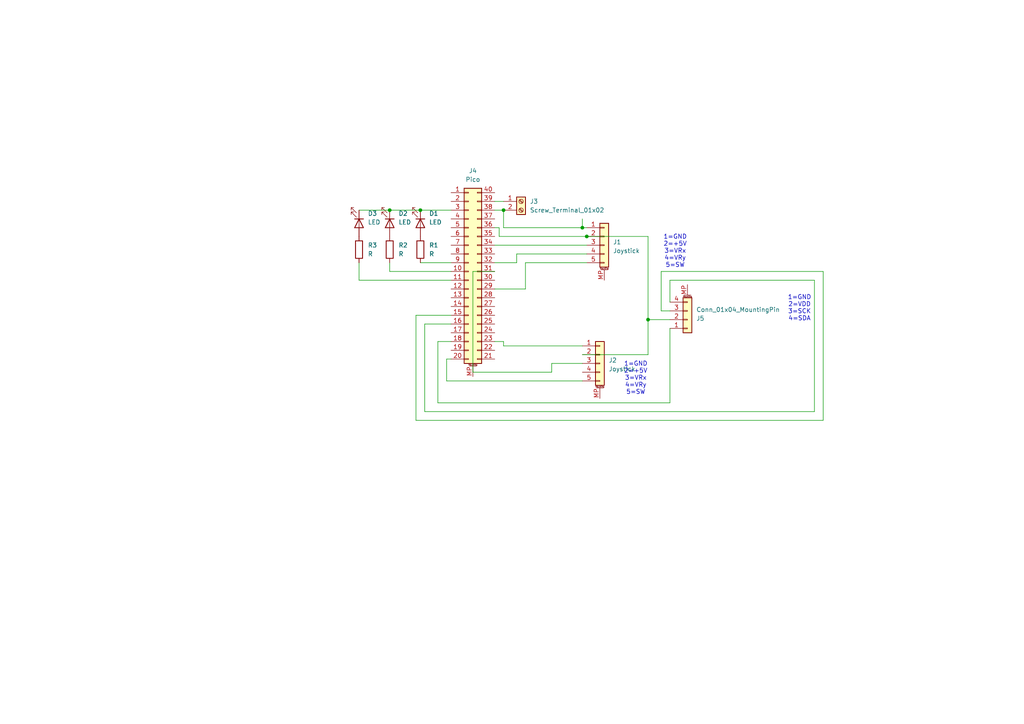
<source format=kicad_sch>
(kicad_sch (version 20231120) (generator "eeschema") (generator_version "8.0")
  (paper "A4")
  (lib_symbols
    (symbol "Connector:Screw_Terminal_01x02" (pin_names (offset 1.016) hide)
      (property "Reference" "J" (at 0 2.54 0))
      (property "Value" "Screw_Terminal_01x02" (at 0 -5.08 0))
      (symbol "Screw_Terminal_01x02_1_1"
        (rectangle (start -1.27 1.27) (end 1.27 -3.81) (stroke (width 0.254)) (fill (type background)))
        (circle (center 0 -2.54) (radius 0.635) (stroke (width 0.1524)))
        (polyline (pts (xy -0.5334 -2.2098) (xy 0.3302 -3.048)) (stroke (width 0.1524)))
        (polyline (pts (xy -0.5334 0.3302) (xy 0.3302 -0.508)) (stroke (width 0.1524)))
        (polyline (pts (xy -0.3556 -2.032) (xy 0.508 -2.8702)) (stroke (width 0.1524)))
        (polyline (pts (xy -0.3556 0.508) (xy 0.508 -0.3302)) (stroke (width 0.1524)))
        (circle (center 0 0) (radius 0.635) (stroke (width 0.1524)))
        (pin passive line (at -5.08 0 0) (length 3.81) (name "Pin_1") (number "1"))
        (pin passive line (at -5.08 -2.54 0) (length 3.81) (name "Pin_2") (number "2"))
      )
    )
    (symbol "Connector_Generic_MountingPin:Conn_01x04_MountingPin" (pin_names (offset 1.016) hide)
      (property "Reference" "J" (at 0 5.08 0))
      (property "Value" "Conn_01x04_MountingPin" (at 1.27 -7.62 0))
      (symbol "Conn_01x04_MountingPin_1_1"
        (rectangle (start -1.27 -4.953) (end 0 -5.207) (stroke (width 0.1524)))
        (rectangle (start -1.27 -2.413) (end 0 -2.667) (stroke (width 0.1524)))
        (rectangle (start -1.27 0.127) (end 0 -0.127) (stroke (width 0.1524)))
        (rectangle (start -1.27 2.667) (end 0 2.413) (stroke (width 0.1524)))
        (rectangle (start -1.27 3.81) (end 1.27 -6.35) (stroke (width 0.254)) (fill (type background)))
        (polyline (pts (xy -1.016 -7.112) (xy 1.016 -7.112)) (stroke (width 0.1524)))
        (text "Mounting" (at 0 -6.731 0) (effects (font (size 0.381 0.381))))
        (pin passive line (at -5.08 2.54 0) (length 3.81) (name "Pin_1") (number "1"))
        (pin passive line (at -5.08 0 0) (length 3.81) (name "Pin_2") (number "2"))
        (pin passive line (at -5.08 -2.54 0) (length 3.81) (name "Pin_3") (number "3"))
        (pin passive line (at -5.08 -5.08 0) (length 3.81) (name "Pin_4") (number "4"))
        (pin passive line (at 0 -10.16 90) (length 3.048) (name "MountPin") (number "MP"))
      )
    )
    (symbol "Connector_Generic_MountingPin:Conn_01x05_MountingPin" (pin_names (offset 1.016) hide)
      (property "Reference" "J" (at 0 7.62 0))
      (property "Value" "Conn_01x05_MountingPin" (at 1.27 -7.62 0))
      (symbol "Conn_01x05_MountingPin_1_1"
        (rectangle (start -1.27 -4.953) (end 0 -5.207) (stroke (width 0.1524)))
        (rectangle (start -1.27 -2.413) (end 0 -2.667) (stroke (width 0.1524)))
        (rectangle (start -1.27 0.127) (end 0 -0.127) (stroke (width 0.1524)))
        (rectangle (start -1.27 2.667) (end 0 2.413) (stroke (width 0.1524)))
        (rectangle (start -1.27 5.207) (end 0 4.953) (stroke (width 0.1524)))
        (rectangle (start -1.27 6.35) (end 1.27 -6.35) (stroke (width 0.254)) (fill (type background)))
        (polyline (pts (xy -1.016 -7.112) (xy 1.016 -7.112)) (stroke (width 0.1524)))
        (text "Mounting" (at 0 -6.731 0) (effects (font (size 0.381 0.381))))
        (pin passive line (at -5.08 5.08 0) (length 3.81) (name "Pin_1") (number "1"))
        (pin passive line (at -5.08 2.54 0) (length 3.81) (name "Pin_2") (number "2"))
        (pin passive line (at -5.08 0 0) (length 3.81) (name "Pin_3") (number "3"))
        (pin passive line (at -5.08 -2.54 0) (length 3.81) (name "Pin_4") (number "4"))
        (pin passive line (at -5.08 -5.08 0) (length 3.81) (name "Pin_5") (number "5"))
        (pin passive line (at 0 -10.16 90) (length 3.048) (name "MountPin") (number "MP"))
      )
    )
    (symbol "Connector_Generic_MountingPin:Conn_02x20_Counter_Clockwise_MountingPin" (pin_names (offset 1.016) hide)
      (property "Reference" "J" (at 1.27 25.4 0))
      (property "Value" "Conn_02x20_Counter_Clockwise_MountingPin" (at 2.54 -27.94 0))
      (symbol "Conn_02x20_Counter_Clockwise_MountingPin_1_1"
        (rectangle (start -1.27 -25.273) (end 0 -25.527) (stroke (width 0.1524)))
        (rectangle (start -1.27 -22.733) (end 0 -22.987) (stroke (width 0.1524)))
        (rectangle (start -1.27 -20.193) (end 0 -20.447) (stroke (width 0.1524)))
        (rectangle (start -1.27 -17.653) (end 0 -17.907) (stroke (width 0.1524)))
        (rectangle (start -1.27 -15.113) (end 0 -15.367) (stroke (width 0.1524)))
        (rectangle (start -1.27 -12.573) (end 0 -12.827) (stroke (width 0.1524)))
        (rectangle (start -1.27 -10.033) (end 0 -10.287) (stroke (width 0.1524)))
        (rectangle (start -1.27 -7.493) (end 0 -7.747) (stroke (width 0.1524)))
        (rectangle (start -1.27 -4.953) (end 0 -5.207) (stroke (width 0.1524)))
        (rectangle (start -1.27 -2.413) (end 0 -2.667) (stroke (width 0.1524)))
        (rectangle (start -1.27 0.127) (end 0 -0.127) (stroke (width 0.1524)))
        (rectangle (start -1.27 2.667) (end 0 2.413) (stroke (width 0.1524)))
        (rectangle (start -1.27 5.207) (end 0 4.953) (stroke (width 0.1524)))
        (rectangle (start -1.27 7.747) (end 0 7.493) (stroke (width 0.1524)))
        (rectangle (start -1.27 10.287) (end 0 10.033) (stroke (width 0.1524)))
        (rectangle (start -1.27 12.827) (end 0 12.573) (stroke (width 0.1524)))
        (rectangle (start -1.27 15.367) (end 0 15.113) (stroke (width 0.1524)))
        (rectangle (start -1.27 17.907) (end 0 17.653) (stroke (width 0.1524)))
        (rectangle (start -1.27 20.447) (end 0 20.193) (stroke (width 0.1524)))
        (rectangle (start -1.27 22.987) (end 0 22.733) (stroke (width 0.1524)))
        (rectangle (start -1.27 24.13) (end 3.81 -26.67) (stroke (width 0.254)) (fill (type background)))
        (polyline (pts (xy 0.254 -27.432) (xy 2.286 -27.432)) (stroke (width 0.1524)))
        (rectangle (start 3.81 -25.273) (end 2.54 -25.527) (stroke (width 0.1524)))
        (rectangle (start 3.81 -22.733) (end 2.54 -22.987) (stroke (width 0.1524)))
        (rectangle (start 3.81 -20.193) (end 2.54 -20.447) (stroke (width 0.1524)))
        (rectangle (start 3.81 -17.653) (end 2.54 -17.907) (stroke (width 0.1524)))
        (rectangle (start 3.81 -15.113) (end 2.54 -15.367) (stroke (width 0.1524)))
        (rectangle (start 3.81 -12.573) (end 2.54 -12.827) (stroke (width 0.1524)))
        (rectangle (start 3.81 -10.033) (end 2.54 -10.287) (stroke (width 0.1524)))
        (rectangle (start 3.81 -7.493) (end 2.54 -7.747) (stroke (width 0.1524)))
        (rectangle (start 3.81 -4.953) (end 2.54 -5.207) (stroke (width 0.1524)))
        (rectangle (start 3.81 -2.413) (end 2.54 -2.667) (stroke (width 0.1524)))
        (rectangle (start 3.81 0.127) (end 2.54 -0.127) (stroke (width 0.1524)))
        (rectangle (start 3.81 2.667) (end 2.54 2.413) (stroke (width 0.1524)))
        (rectangle (start 3.81 5.207) (end 2.54 4.953) (stroke (width 0.1524)))
        (rectangle (start 3.81 7.747) (end 2.54 7.493) (stroke (width 0.1524)))
        (rectangle (start 3.81 10.287) (end 2.54 10.033) (stroke (width 0.1524)))
        (rectangle (start 3.81 12.827) (end 2.54 12.573) (stroke (width 0.1524)))
        (rectangle (start 3.81 15.367) (end 2.54 15.113) (stroke (width 0.1524)))
        (rectangle (start 3.81 17.907) (end 2.54 17.653) (stroke (width 0.1524)))
        (rectangle (start 3.81 20.447) (end 2.54 20.193) (stroke (width 0.1524)))
        (rectangle (start 3.81 22.987) (end 2.54 22.733) (stroke (width 0.1524)))
        (text "Mounting" (at 1.27 -27.051 0) (effects (font (size 0.381 0.381))))
        (pin passive line (at -5.08 22.86 0) (length 3.81) (name "Pin_1") (number "1"))
        (pin passive line (at -5.08 0 0) (length 3.81) (name "Pin_10") (number "10"))
        (pin passive line (at -5.08 -2.54 0) (length 3.81) (name "Pin_11") (number "11"))
        (pin passive line (at -5.08 -5.08 0) (length 3.81) (name "Pin_12") (number "12"))
        (pin passive line (at -5.08 -7.62 0) (length 3.81) (name "Pin_13") (number "13"))
        (pin passive line (at -5.08 -10.16 0) (length 3.81) (name "Pin_14") (number "14"))
        (pin passive line (at -5.08 -12.7 0) (length 3.81) (name "Pin_15") (number "15"))
        (pin passive line (at -5.08 -15.24 0) (length 3.81) (name "Pin_16") (number "16"))
        (pin passive line (at -5.08 -17.78 0) (length 3.81) (name "Pin_17") (number "17"))
        (pin passive line (at -5.08 -20.32 0) (length 3.81) (name "Pin_18") (number "18"))
        (pin passive line (at -5.08 -22.86 0) (length 3.81) (name "Pin_19") (number "19"))
        (pin passive line (at -5.08 20.32 0) (length 3.81) (name "Pin_2") (number "2"))
        (pin passive line (at -5.08 -25.4 0) (length 3.81) (name "Pin_20") (number "20"))
        (pin passive line (at 7.62 -25.4 180) (length 3.81) (name "Pin_21") (number "21"))
        (pin passive line (at 7.62 -22.86 180) (length 3.81) (name "Pin_22") (number "22"))
        (pin passive line (at 7.62 -20.32 180) (length 3.81) (name "Pin_23") (number "23"))
        (pin passive line (at 7.62 -17.78 180) (length 3.81) (name "Pin_24") (number "24"))
        (pin passive line (at 7.62 -15.24 180) (length 3.81) (name "Pin_25") (number "25"))
        (pin passive line (at 7.62 -12.7 180) (length 3.81) (name "Pin_26") (number "26"))
        (pin passive line (at 7.62 -10.16 180) (length 3.81) (name "Pin_27") (number "27"))
        (pin passive line (at 7.62 -7.62 180) (length 3.81) (name "Pin_28") (number "28"))
        (pin passive line (at 7.62 -5.08 180) (length 3.81) (name "Pin_29") (number "29"))
        (pin passive line (at -5.08 17.78 0) (length 3.81) (name "Pin_3") (number "3"))
        (pin passive line (at 7.62 -2.54 180) (length 3.81) (name "Pin_30") (number "30"))
        (pin passive line (at 7.62 0 180) (length 3.81) (name "Pin_31") (number "31"))
        (pin passive line (at 7.62 2.54 180) (length 3.81) (name "Pin_32") (number "32"))
        (pin passive line (at 7.62 5.08 180) (length 3.81) (name "Pin_33") (number "33"))
        (pin passive line (at 7.62 7.62 180) (length 3.81) (name "Pin_34") (number "34"))
        (pin passive line (at 7.62 10.16 180) (length 3.81) (name "Pin_35") (number "35"))
        (pin passive line (at 7.62 12.7 180) (length 3.81) (name "Pin_36") (number "36"))
        (pin passive line (at 7.62 15.24 180) (length 3.81) (name "Pin_37") (number "37"))
        (pin passive line (at 7.62 17.78 180) (length 3.81) (name "Pin_38") (number "38"))
        (pin passive line (at 7.62 20.32 180) (length 3.81) (name "Pin_39") (number "39"))
        (pin passive line (at -5.08 15.24 0) (length 3.81) (name "Pin_4") (number "4"))
        (pin passive line (at 7.62 22.86 180) (length 3.81) (name "Pin_40") (number "40"))
        (pin passive line (at -5.08 12.7 0) (length 3.81) (name "Pin_5") (number "5"))
        (pin passive line (at -5.08 10.16 0) (length 3.81) (name "Pin_6") (number "6"))
        (pin passive line (at -5.08 7.62 0) (length 3.81) (name "Pin_7") (number "7"))
        (pin passive line (at -5.08 5.08 0) (length 3.81) (name "Pin_8") (number "8"))
        (pin passive line (at -5.08 2.54 0) (length 3.81) (name "Pin_9") (number "9"))
        (pin passive line (at 1.27 -30.48 90) (length 3.048) (name "MountPin") (number "MP"))
      )
    )
    (symbol "Device:LED" (pin_numbers hide) (pin_names (offset 1.016) hide)
      (property "Reference" "D" (at 0 2.54 0))
      (property "Value" "LED" (at 0 -2.54 0))
      (symbol "LED_0_1"
        (polyline (pts (xy -1.27 -1.27) (xy -1.27 1.27)) (stroke (width 0.254)))
        (polyline (pts (xy -1.27 0) (xy 1.27 0)))
        (polyline (pts (xy 1.27 -1.27) (xy 1.27 1.27) (xy -1.27 0) (xy 1.27 -1.27)) (stroke (width 0.254)))
        (polyline (pts (xy -3.048 -0.762) (xy -4.572 -2.286) (xy -3.81 -2.286) (xy -4.572 -2.286) (xy -4.572 -1.524)))
        (polyline (pts (xy -1.778 -0.762) (xy -3.302 -2.286) (xy -2.54 -2.286) (xy -3.302 -2.286) (xy -3.302 -1.524)))
      )
      (symbol "LED_1_1"
        (pin passive line (at -3.81 0 0) (length 2.54) (name "K") (number "1"))
        (pin passive line (at 3.81 0 180) (length 2.54) (name "A") (number "2"))
      )
    )
    (symbol "Device:R" (pin_numbers hide) (pin_names (offset 0))
      (property "Reference" "R" (at 2.032 0 90))
      (property "Value" "R" (at 0 0 90))
      (symbol "R_0_1"
        (rectangle (start -1.016 -2.54) (end 1.016 2.54) (stroke (width 0.254)))
      )
      (symbol "R_1_1"
        (pin passive line (at 0 3.81 270) (length 1.27) (name "~") (number "1"))
        (pin passive line (at 0 -3.81 90) (length 1.27) (name "~") (number "2"))
      )
    )
  )
  (junction (at 146.05 60.96))
  (junction (at 168.91 66.04))
  (junction (at 187.96 92.71))
  (junction (at 170.18 68.58))
  (junction (at 113.03 60.96))
  (junction (at 121.92 60.96))
  (wire (pts (xy 137.16 107.95) (xy 160.02 107.95)))
  (wire (pts (xy 170.18 68.58) (xy 144.78 68.58)))
  (wire (pts (xy 113.03 76.2) (xy 113.03 78.74)))
  (wire (pts (xy 152.4 83.82) (xy 143.51 83.82)))
  (wire (pts (xy 143.51 60.96) (xy 146.05 60.96)))
  (wire (pts (xy 121.92 76.2) (xy 130.81 76.2)))
  (wire (pts (xy 121.92 60.96) (xy 130.81 60.96)))
  (wire (pts (xy 129.54 110.49) (xy 129.54 104.14)))
  (wire (pts (xy 160.02 105.41) (xy 168.91 105.41)))
  (wire (pts (xy 143.51 71.12) (xy 170.18 71.12)))
  (wire (pts (xy 129.54 104.14) (xy 130.81 104.14)))
  (wire (pts (xy 152.4 76.2) (xy 152.4 83.82)))
  (wire (pts (xy 123.19 119.38) (xy 123.19 93.98)))
  (wire (pts (xy 191.77 90.17) (xy 191.77 78.74)))
  (wire (pts (xy 143.51 58.42) (xy 146.05 58.42)))
  (wire (pts (xy 130.81 81.28) (xy 104.14 81.28)))
  (wire (pts (xy 194.31 95.25) (xy 194.31 116.84)))
  (wire (pts (xy 170.18 68.58) (xy 187.96 68.58)))
  (wire (pts (xy 168.91 110.49) (xy 129.54 110.49)))
  (wire (pts (xy 160.02 107.95) (xy 160.02 105.41)))
  (wire (pts (xy 144.78 68.58) (xy 144.78 66.04)))
  (wire (pts (xy 146.05 99.06) (xy 143.51 99.06)))
  (wire (pts (xy 120.65 121.92) (xy 120.65 91.44)))
  (wire (pts (xy 194.31 90.17) (xy 191.77 90.17)))
  (wire (pts (xy 194.31 81.28) (xy 236.22 81.28)))
  (wire (pts (xy 187.96 92.71) (xy 187.96 102.87)))
  (wire (pts (xy 236.22 119.38) (xy 123.19 119.38)))
  (wire (pts (xy 146.05 100.33) (xy 146.05 99.06)))
  (wire (pts (xy 168.91 66.04) (xy 146.05 66.04)))
  (wire (pts (xy 113.03 60.96) (xy 121.92 60.96)))
  (wire (pts (xy 143.51 78.74) (xy 137.16 78.74)))
  (wire (pts (xy 120.65 91.44) (xy 130.81 91.44)))
  (wire (pts (xy 194.31 87.63) (xy 194.31 81.28)))
  (wire (pts (xy 123.19 93.98) (xy 130.81 93.98)))
  (wire (pts (xy 168.91 102.87) (xy 187.96 102.87)))
  (wire (pts (xy 170.18 66.04) (xy 168.91 66.04)))
  (wire (pts (xy 170.18 76.2) (xy 152.4 76.2)))
  (wire (pts (xy 187.96 68.58) (xy 187.96 92.71)))
  (wire (pts (xy 127 99.06) (xy 130.81 99.06)))
  (wire (pts (xy 144.78 66.04) (xy 143.51 66.04)))
  (wire (pts (xy 194.31 116.84) (xy 127 116.84)))
  (wire (pts (xy 238.76 78.74) (xy 238.76 121.92)))
  (wire (pts (xy 104.14 81.28) (xy 104.14 76.2)))
  (wire (pts (xy 149.86 73.66) (xy 170.18 73.66)))
  (wire (pts (xy 146.05 66.04) (xy 146.05 60.96)))
  (wire (pts (xy 137.16 78.74) (xy 137.16 107.95)))
  (wire (pts (xy 146.05 100.33) (xy 168.91 100.33)))
  (wire (pts (xy 238.76 121.92) (xy 120.65 121.92)))
  (wire (pts (xy 127 116.84) (xy 127 99.06)))
  (wire (pts (xy 236.22 81.28) (xy 236.22 119.38)))
  (wire (pts (xy 168.91 63.5) (xy 168.91 66.04)))
  (wire (pts (xy 113.03 78.74) (xy 130.81 78.74)))
  (wire (pts (xy 104.14 60.96) (xy 113.03 60.96)))
  (wire (pts (xy 187.96 92.71) (xy 194.31 92.71)))
  (wire (pts (xy 143.51 76.2) (xy 149.86 76.2)))
  (wire (pts (xy 149.86 76.2) (xy 149.86 73.66)))
  (wire (pts (xy 191.77 78.74) (xy 238.76 78.74)))
  (text "1=GND\n2=VDD\n3=SCK\n4=SDA" (at 231.902 89.408 0) (effects (font (size 1.27 1.27))))
  (text "1=GND\n2=+5V\n3=VRx\n4=VRy\n5=SW" (at 184.404 109.728 0) (effects (font (size 1.27 1.27))))
  (text "1=GND\n2=+5V\n3=VRx\n4=VRy\n5=SW" (at 195.834 72.898 0) (effects (font (size 1.27 1.27))))
  (symbol (lib_id "Connector_Generic_MountingPin:Conn_01x05_MountingPin") (at 175.26 71.12 0) (unit 1)
    (property "Reference" "J1" (at 177.8 70.2055 0) (effects (justify left)))
    (property "Value" "Joystick" (at 177.8 72.7455 0) (effects (justify left)))
    (property "Footprint" "Connector_PinSocket_2.54mm:PinSocket_1x05_P2.54mm_Vertical" (effects (hide yes)))
    (property "Description" "Generic connectable mounting pin connector, single row, 01x05, script generated (kicad-library-utils/schlib/autogen/connector/)" (effects (hide yes)))
  )
  (symbol (lib_id "Device:R") (at 121.92 72.39 0) (unit 1)
    (property "Reference" "R1" (at 124.46 71.1199 0) (effects (justify left)))
    (property "Value" "R" (at 124.46 73.6599 0) (effects (justify left)))
    (property "Footprint" "Resistor_THT:R_Axial_DIN0309_L9.0mm_D3.2mm_P15.24mm_Horizontal" (effects (hide yes)))
    (property "Description" "Resistor" (effects (hide yes)))
  )
  (symbol (lib_id "Connector:Screw_Terminal_01x02") (at 151.13 58.42 0) (unit 1)
    (property "Reference" "J3" (at 153.67 58.4199 0) (effects (justify left)))
    (property "Value" "Screw_Terminal_01x02" (at 153.67 60.9599 0) (effects (justify left)))
    (property "Footprint" "TerminalBlock_Phoenix:TerminalBlock_Phoenix_MKDS-1,5-2-5.08_1x02_P5.08mm_Horizontal" (effects (hide yes)))
    (property "Description" "Generic screw terminal, single row, 01x02, script generated (kicad-library-utils/schlib/autogen/connector/)" (effects (hide yes)))
  )
  (symbol (lib_id "Connector_Generic_MountingPin:Conn_02x20_Counter_Clockwise_MountingPin") (at 135.89 78.74 0) (unit 1)
    (property "Reference" "J4" (at 137.16 49.53 0))
    (property "Value" "Pico" (at 137.16 52.07 0))
    (property "Footprint" "Pico footprint:RP_pico" (effects (hide yes)))
    (property "Description" "Generic connectable mounting pin connector, double row, 02x20, counter clockwise pin numbering scheme (similar to DIP package numbering), script generated (kicad-library-utils/schlib/autogen/connector/)" (effects (hide yes)))
  )
  (symbol (lib_id "Device:R") (at 113.03 72.39 0) (unit 1)
    (property "Reference" "R2" (at 115.57 71.1199 0) (effects (justify left)))
    (property "Value" "R" (at 115.57 73.6599 0) (effects (justify left)))
    (property "Footprint" "Resistor_THT:R_Axial_DIN0309_L9.0mm_D3.2mm_P15.24mm_Horizontal" (effects (hide yes)))
    (property "Description" "Resistor" (effects (hide yes)))
  )
  (symbol (lib_id "Connector_Generic_MountingPin:Conn_01x05_MountingPin") (at 173.99 105.41 0) (unit 1)
    (property "Reference" "J2" (at 176.53 104.4955 0) (effects (justify left)))
    (property "Value" "Joystick" (at 176.53 107.0355 0) (effects (justify left)))
    (property "Footprint" "Connector_PinSocket_2.54mm:PinSocket_1x05_P2.54mm_Vertical" (effects (hide yes)))
    (property "Description" "Generic connectable mounting pin connector, single row, 01x05, script generated (kicad-library-utils/schlib/autogen/connector/)" (effects (hide yes)))
  )
  (symbol (lib_id "Connector_Generic_MountingPin:Conn_01x04_MountingPin") (at 199.39 92.71 0) (mirror x) (unit 1)
    (property "Reference" "J5" (at 201.93 92.3545 0) (effects (justify left)))
    (property "Value" "Conn_01x04_MountingPin" (at 201.93 89.8145 0) (effects (justify left)))
    (property "Footprint" "Connector_PinSocket_2.54mm:PinSocket_1x04_P2.54mm_Vertical" (effects (hide yes)))
    (property "Description" "Generic connectable mounting pin connector, single row, 01x04, script generated (kicad-library-utils/schlib/autogen/connector/)" (effects (hide yes)))
  )
  (symbol (lib_id "Device:R") (at 104.14 72.39 0) (unit 1)
    (property "Reference" "R3" (at 106.68 71.1199 0) (effects (justify left)))
    (property "Value" "R" (at 106.68 73.6599 0) (effects (justify left)))
    (property "Footprint" "Resistor_THT:R_Axial_DIN0309_L9.0mm_D3.2mm_P15.24mm_Horizontal" (effects (hide yes)))
    (property "Description" "Resistor" (effects (hide yes)))
  )
  (symbol (lib_id "Device:LED") (at 113.03 64.77 270) (unit 1)
    (property "Reference" "D2" (at 115.57 61.9124 90) (effects (justify left)))
    (property "Value" "LED" (at 115.57 64.4524 90) (effects (justify left)))
    (property "Footprint" "LED_THT:LED_D3.0mm" (effects (hide yes)))
    (property "Description" "Light emitting diode" (effects (hide yes)))
  )
  (symbol (lib_id "Device:LED") (at 121.92 64.77 270) (unit 1)
    (property "Reference" "D1" (at 124.46 61.9124 90) (effects (justify left)))
    (property "Value" "LED" (at 124.46 64.4524 90) (effects (justify left)))
    (property "Footprint" "LED_THT:LED_D3.0mm" (effects (hide yes)))
    (property "Description" "Light emitting diode" (effects (hide yes)))
  )
  (symbol (lib_id "Device:LED") (at 104.14 64.77 270) (unit 1)
    (property "Reference" "D3" (at 106.68 61.9124 90) (effects (justify left)))
    (property "Value" "LED" (at 106.68 64.4524 90) (effects (justify left)))
    (property "Footprint" "LED_THT:LED_D3.0mm" (effects (hide yes)))
    (property "Description" "Light emitting diode" (effects (hide yes)))
  )
)
</source>
